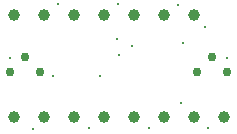
<source format=gbr>
%TF.GenerationSoftware,KiCad,Pcbnew,9.0.5*%
%TF.CreationDate,2025-11-23T20:09:42-05:00*%
%TF.ProjectId,Silicon Fuzz Face Compact,53696c69-636f-46e2-9046-757a7a204661,rev?*%
%TF.SameCoordinates,Original*%
%TF.FileFunction,Plated,1,2,PTH,Drill*%
%TF.FilePolarity,Positive*%
%FSLAX46Y46*%
G04 Gerber Fmt 4.6, Leading zero omitted, Abs format (unit mm)*
G04 Created by KiCad (PCBNEW 9.0.5) date 2025-11-23 20:09:42*
%MOMM*%
%LPD*%
G01*
G04 APERTURE LIST*
%TA.AperFunction,ViaDrill*%
%ADD10C,0.300000*%
%TD*%
%TA.AperFunction,ComponentDrill*%
%ADD11C,0.750000*%
%TD*%
%TA.AperFunction,ComponentDrill*%
%ADD12C,1.000000*%
%TD*%
G04 APERTURE END LIST*
D10*
X50225000Y-85975000D03*
X52133081Y-91950000D03*
X53825000Y-87450000D03*
X54300000Y-81400000D03*
X56925000Y-91900000D03*
X57850000Y-87500000D03*
X59300000Y-84351000D03*
X59375000Y-81400000D03*
X59425000Y-85675000D03*
X60525000Y-84925000D03*
X61975000Y-91900000D03*
X64450000Y-81425000D03*
X64700000Y-89725000D03*
X64850000Y-84650000D03*
X66750000Y-83275000D03*
X66975000Y-91875000D03*
X68550000Y-85900000D03*
D11*
%TO.C,Q2*%
X50210000Y-87150000D03*
X51480000Y-85880000D03*
X52750000Y-87150000D03*
%TO.C,Q1*%
X66050000Y-87150000D03*
X67320000Y-85880000D03*
X68590000Y-87150000D03*
D12*
%TO.C,J1*%
X50500000Y-90950000D03*
%TO.C,J2*%
X50520000Y-82300000D03*
%TO.C,J1*%
X53040000Y-90950000D03*
%TO.C,J2*%
X53060000Y-82300000D03*
%TO.C,J1*%
X55580000Y-90950000D03*
%TO.C,J2*%
X55600000Y-82300000D03*
%TO.C,J1*%
X58120000Y-90950000D03*
%TO.C,J2*%
X58140000Y-82300000D03*
%TO.C,J1*%
X60660000Y-90950000D03*
%TO.C,J2*%
X60680000Y-82300000D03*
%TO.C,J1*%
X63200000Y-90950000D03*
%TO.C,J2*%
X63220000Y-82300000D03*
%TO.C,J1*%
X65740000Y-90950000D03*
%TO.C,J2*%
X65760000Y-82300000D03*
%TO.C,J1*%
X68280000Y-90950000D03*
M02*

</source>
